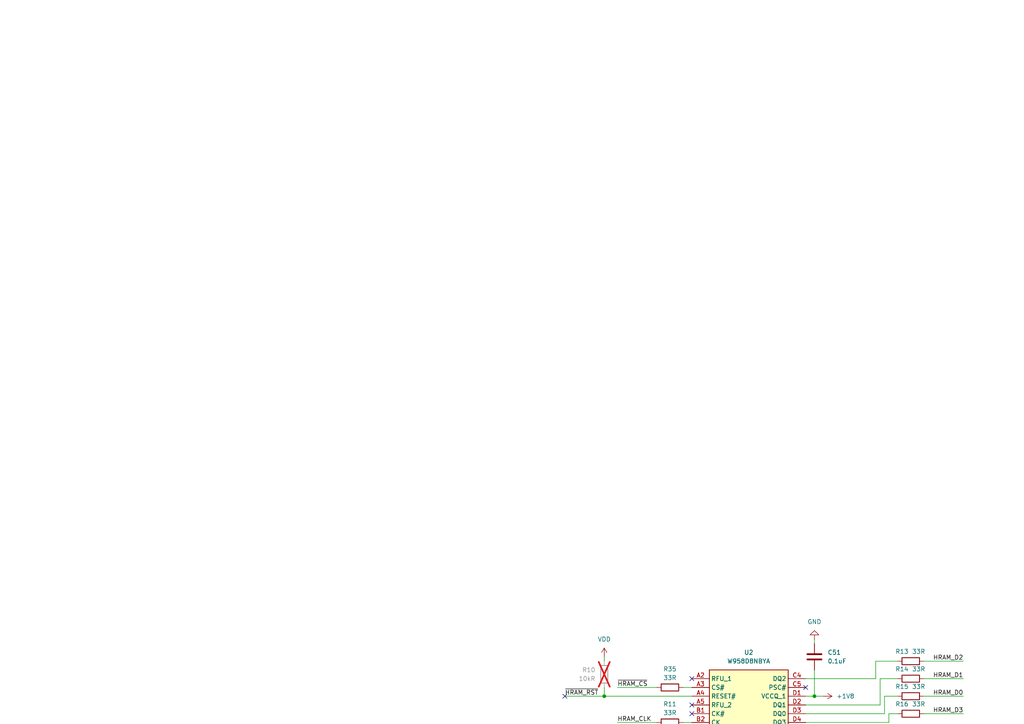
<source format=kicad_sch>
(kicad_sch (version 20250114) (generator "eeschema") (generator_version "9.0")
  (paper "A4")
  (lib_symbols
    (symbol "Device:C" (pin_numbers (hide yes)) (pin_names (offset 0.254))
      (property "Reference" "C" (at 0.635 2.54 0))
      (property "Value" "C" (at 0.635 -2.54 0))
      (symbol "C_0_1"
        (polyline (pts (xy -2.032 0.762) (xy 2.032 0.762)) (stroke (width 0.508)))
        (polyline (pts (xy -2.032 -0.762) (xy 2.032 -0.762)) (stroke (width 0.508)))
      )
      (symbol "C_1_1"
        (pin passive line (at 0 3.81 270) (length 2.794) (name "~") (number "1"))
        (pin passive line (at 0 -3.81 90) (length 2.794) (name "~") (number "2"))
      )
    )
    (symbol "Device:R" (pin_numbers (hide yes)) (pin_names (offset 0))
      (property "Reference" "R" (at 2.032 0 90))
      (property "Value" "R" (at 0 0 90))
      (symbol "R_0_1"
        (rectangle (start -1.016 -2.54) (end 1.016 2.54) (stroke (width 0.254)))
      )
      (symbol "R_1_1"
        (pin passive line (at 0 3.81 270) (length 1.27) (name "~") (number "1"))
        (pin passive line (at 0 -3.81 90) (length 1.27) (name "~") (number "2"))
      )
    )
    (symbol "S27KS0643GABHV020:S27KS0643GABHV020"
      (property "Reference" "IC" (at 29.21 7.62 0))
      (property "Value" "S27KS0643GABHV020" (at 29.21 5.08 0))
      (symbol "S27KS0643GABHV020_1_1"
        (rectangle (start 5.08 2.54) (end 27.94 -30.48) (stroke (width 0.254)) (fill (type background)))
        (pin passive line (at 0 0 0) (length 5.08) (name "RFU_1") (number "A2"))
        (pin passive line (at 0 -2.54 0) (length 5.08) (name "CS#") (number "A3"))
        (pin passive line (at 0 -5.08 0) (length 5.08) (name "RESET#") (number "A4"))
        (pin passive line (at 0 -7.62 0) (length 5.08) (name "RFU_2") (number "A5"))
        (pin passive line (at 0 -10.16 0) (length 5.08) (name "CK#") (number "B1"))
        (pin passive line (at 0 -12.7 0) (length 5.08) (name "CK") (number "B2"))
        (pin passive line (at 0 -15.24 0) (length 5.08) (name "VSS") (number "B3"))
        (pin passive line (at 0 -17.78 0) (length 5.08) (name "VCC") (number "B4"))
        (pin passive line (at 0 -20.32 0) (length 5.08) (name "PSC") (number "B5"))
        (pin passive line (at 0 -22.86 0) (length 5.08) (name "VSSQ_1") (number "C1"))
        (pin passive line (at 0 -25.4 0) (length 5.08) (name "RFU_3") (number "C2"))
        (pin passive line (at 0 -27.94 0) (length 5.08) (name "RWDS") (number "C3"))
        (pin passive line (at 33.02 0 180) (length 5.08) (name "DQ2") (number "C4"))
        (pin passive line (at 33.02 -2.54 180) (length 5.08) (name "PSC#") (number "C5"))
        (pin passive line (at 33.02 -5.08 180) (length 5.08) (name "VCCQ_1") (number "D1"))
        (pin passive line (at 33.02 -7.62 180) (length 5.08) (name "DQ1") (number "D2"))
        (pin passive line (at 33.02 -10.16 180) (length 5.08) (name "DQ0") (number "D3"))
        (pin passive line (at 33.02 -12.7 180) (length 5.08) (name "DQ3") (number "D4"))
        (pin passive line (at 33.02 -15.24 180) (length 5.08) (name "DQ4") (number "D5"))
        (pin passive line (at 33.02 -17.78 180) (length 5.08) (name "DQ7") (number "E1"))
        (pin passive line (at 33.02 -20.32 180) (length 5.08) (name "DQ6") (number "E2"))
        (pin passive line (at 33.02 -22.86 180) (length 5.08) (name "DQ5") (number "E3"))
        (pin passive line (at 33.02 -25.4 180) (length 5.08) (name "VCCQ_2") (number "E4"))
        (pin passive line (at 33.02 -27.94 180) (length 5.08) (name "VSSQ_2") (number "E5"))
      )
    )
    (symbol "power:+1V8" (power) (pin_numbers (hide yes)) (pin_names (offset 0) (hide yes))
      (property "Value" "+1V8" (at 0 3.556 0))
      (symbol "+1V8_0_1"
        (polyline (pts (xy -0.762 1.27) (xy 0 2.54)))
        (polyline (pts (xy 0 2.54) (xy 0.762 1.27)))
        (polyline (pts (xy 0 0) (xy 0 2.54)))
      )
      (symbol "+1V8_1_1"
        (pin power_in line (at 0 0 90) (length 0) (name "~") (number "1"))
      )
    )
    (symbol "power:GND" (power) (pin_numbers (hide yes)) (pin_names (offset 0) (hide yes))
      (property "Value" "GND" (at 0 -3.81 0))
      (symbol "GND_0_1"
        (polyline (pts (xy 0 0) (xy 0 -1.27) (xy 1.27 -1.27) (xy 0 -2.54) (xy -1.27 -1.27) (xy 0 -1.27)))
      )
      (symbol "GND_1_1"
        (pin power_in line (at 0 0 270) (length 0) (name "~") (number "1"))
      )
    )
    (symbol "power:VDD" (power) (pin_numbers (hide yes)) (pin_names (offset 0) (hide yes))
      (property "Value" "VDD" (at 0 3.556 0))
      (symbol "VDD_0_1"
        (polyline (pts (xy -0.762 1.27) (xy 0 2.54)))
        (polyline (pts (xy 0 2.54) (xy 0.762 1.27)))
        (polyline (pts (xy 0 0) (xy 0 2.54)))
      )
      (symbol "VDD_1_1"
        (pin power_in line (at 0 0 90) (length 0) (name "~") (number "1"))
      )
    )
  )
  (text "1.8V HyperBus External RAM\n256Mbit/32MBytes, 200MHz max.\nCoeffcient, features etc.\n" (at 217.424 241.808 0) (effects (font (size 1.27 1.27))))
  (junction (at 175.26 201.93))
  (junction (at 236.22 201.93))
  (junction (at 241.3 222.25))
  (junction (at 175.26 214.63))
  (no_connect (at 200.66 217.17))
  (no_connect (at 200.66 196.85))
  (no_connect (at 163.83 201.93))
  (no_connect (at 233.68 199.39))
  (no_connect (at 200.66 222.25))
  (no_connect (at 200.66 204.47))
  (no_connect (at 200.66 207.01))
  (wire (pts (xy 233.68 212.09) (xy 257.81 212.09)))
  (wire (pts (xy 254 191.77) (xy 254 196.85)))
  (wire (pts (xy 236.22 201.93) (xy 238.76 201.93)))
  (wire (pts (xy 175.26 199.39) (xy 175.26 201.93)))
  (wire (pts (xy 255.27 224.79) (xy 260.35 224.79)))
  (wire (pts (xy 267.97 191.77) (xy 279.4 191.77)))
  (wire (pts (xy 198.12 219.71) (xy 200.66 219.71)))
  (wire (pts (xy 233.68 201.93) (xy 236.22 201.93)))
  (wire (pts (xy 241.3 222.25) (xy 241.3 223.52)))
  (wire (pts (xy 267.97 224.79) (xy 279.4 224.79)))
  (wire (pts (xy 254 191.77) (xy 260.35 191.77)))
  (wire (pts (xy 255.27 217.17) (xy 255.27 224.79)))
  (wire (pts (xy 257.81 209.55) (xy 257.81 207.01)))
  (wire (pts (xy 254 229.87) (xy 254 219.71)))
  (wire (pts (xy 267.97 229.87) (xy 279.4 229.87)))
  (wire (pts (xy 256.54 207.01) (xy 256.54 201.93)))
  (wire (pts (xy 233.68 224.79) (xy 236.22 224.79)))
  (wire (pts (xy 257.81 212.09) (xy 257.81 214.63)))
  (wire (pts (xy 233.68 207.01) (xy 256.54 207.01)))
  (wire (pts (xy 163.83 201.93) (xy 175.26 201.93)))
  (wire (pts (xy 241.3 222.25) (xy 243.84 222.25)))
  (wire (pts (xy 267.97 214.63) (xy 279.4 214.63)))
  (wire (pts (xy 260.35 196.85) (xy 255.27 196.85)))
  (wire (pts (xy 255.27 196.85) (xy 255.27 204.47)))
  (wire (pts (xy 255.27 204.47) (xy 233.68 204.47)))
  (wire (pts (xy 257.81 207.01) (xy 260.35 207.01)))
  (wire (pts (xy 175.26 215.9) (xy 175.26 214.63)))
  (wire (pts (xy 254 219.71) (xy 233.68 219.71)))
  (wire (pts (xy 267.97 196.85) (xy 279.4 196.85)))
  (wire (pts (xy 257.81 214.63) (xy 260.35 214.63)))
  (wire (pts (xy 198.12 199.39) (xy 200.66 199.39)))
  (wire (pts (xy 172.72 214.63) (xy 175.26 214.63)))
  (wire (pts (xy 241.3 231.14) (xy 241.3 232.41)))
  (wire (pts (xy 190.5 224.79) (xy 179.07 224.79)))
  (wire (pts (xy 256.54 201.93) (xy 260.35 201.93)))
  (wire (pts (xy 175.26 214.63) (xy 200.66 214.63)))
  (wire (pts (xy 200.66 224.79) (xy 198.12 224.79)))
  (wire (pts (xy 236.22 185.42) (xy 236.22 186.69)))
  (wire (pts (xy 256.54 219.71) (xy 260.35 219.71)))
  (wire (pts (xy 179.07 209.55) (xy 190.5 209.55)))
  (wire (pts (xy 233.68 217.17) (xy 255.27 217.17)))
  (wire (pts (xy 233.68 214.63) (xy 256.54 214.63)))
  (wire (pts (xy 175.26 201.93) (xy 200.66 201.93)))
  (wire (pts (xy 233.68 222.25) (xy 241.3 222.25)))
  (wire (pts (xy 236.22 194.31) (xy 236.22 201.93)))
  (wire (pts (xy 267.97 201.93) (xy 279.4 201.93)))
  (wire (pts (xy 175.26 223.52) (xy 175.26 224.79)))
  (wire (pts (xy 179.07 199.39) (xy 190.5 199.39)))
  (wire (pts (xy 175.26 190.5) (xy 175.26 191.77)))
  (wire (pts (xy 198.12 209.55) (xy 200.66 209.55)))
  (wire (pts (xy 267.97 207.01) (xy 279.4 207.01)))
  (wire (pts (xy 257.81 209.55) (xy 233.68 209.55)))
  (wire (pts (xy 254 196.85) (xy 233.68 196.85)))
  (wire (pts (xy 236.22 224.79) (xy 236.22 227.33)))
  (wire (pts (xy 267.97 219.71) (xy 279.4 219.71)))
  (wire (pts (xy 260.35 229.87) (xy 254 229.87)))
  (wire (pts (xy 198.12 212.09) (xy 200.66 212.09)))
  (wire (pts (xy 256.54 214.63) (xy 256.54 219.71)))
  (label "HRAM_D3" (at 279.4 207.01 180))
  (label "~{HRAM_RST}" (at 163.83 201.93 0))
  (label "HRAM_D1" (at 279.4 196.85 180))
  (label "~{HRAM_CS}" (at 179.07 199.39 0))
  (label "HRAM_D0" (at 279.4 201.93 180))
  (label "HRAM_D5" (at 279.4 229.87 180))
  (label "HRAM_DQS" (at 179.07 224.79 0))
  (label "HRAM_D4" (at 279.4 214.63 180))
  (label "HRAM_D2" (at 279.4 191.77 180))
  (label "HRAM_D7" (at 279.4 219.71 180))
  (label "HRAM_CLK" (at 179.07 209.55 0))
  (label "HRAM_D6" (at 279.4 224.79 180))
  (symbol (lib_id "power:GND") (at 241.3 232.41 0) (unit 1)
    (property "Reference" "#PWR0103" (effects (hide yes)))
    (property "Value" "GND" (at 241.3 237.49 0))
    (property "Description" "Power symbol creates a global label with name \"GND\" , ground" (effects (hide yes)))
  )
  (symbol (lib_id "Device:C") (at 241.3 227.33 0) (unit 1)
    (property "Reference" "C52" (at 245.11 226.0599 0) (effects (justify left)))
    (property "Value" "0.1uF" (at 245.11 228.5999 0) (effects (justify left)))
    (property "Footprint" "Capacitor_SMD:C_0603_1608Metric" (effects (hide yes)))
    (property "Description" "Unpolarized capacitor" (effects (hide yes)))
  )
  (symbol (lib_id "power:+1V8") (at 172.72 214.63 90) (mirror x) (unit 1)
    (property "Reference" "#PWR0120" (effects (hide yes)))
    (property "Value" "+1V8" (at 168.91 214.6299 90) (effects (justify left)))
    (property "Description" "Power symbol creates a global label with name \"+1V8\"" (effects (hide yes)))
  )
  (symbol (lib_id "power:GND") (at 198.12 219.71 270) (unit 1)
    (property "Reference" "#PWR099" (effects (hide yes)))
    (property "Value" "GND" (at 194.31 219.7099 90) (effects (justify right)))
    (property "Description" "Power symbol creates a global label with name \"GND\" , ground" (effects (hide yes)))
  )
  (symbol (lib_id "power:VDD") (at 175.26 190.5 0) (unit 1)
    (property "Reference" "#PWR097" (effects (hide yes)))
    (property "Value" "VDD" (at 175.26 185.42 0))
    (property "Description" "Power symbol creates a global label with name \"VDD\"" (effects (hide yes)))
  )
  (symbol (lib_id "Device:R") (at 264.16 191.77 90) (unit 1)
    (property "Reference" "R13" (at 261.62 188.976 90))
    (property "Value" "33R" (at 266.446 188.976 90))
    (property "Footprint" "Resistor_SMD:R_0603_1608Metric" (effects (hide yes)))
    (property "Description" "Resistor" (effects (hide yes)))
  )
  (symbol (lib_id "power:GND") (at 236.22 227.33 0) (unit 1)
    (property "Reference" "#PWR0101" (effects (hide yes)))
    (property "Value" "GND" (at 236.22 232.41 0))
    (property "Description" "Power symbol creates a global label with name \"GND\" , ground" (effects (hide yes)))
  )
  (symbol (lib_id "power:GND") (at 198.12 212.09 270) (unit 1)
    (property "Reference" "#PWR098" (effects (hide yes)))
    (property "Value" "GND" (at 194.31 212.0899 90) (effects (justify right)))
    (property "Description" "Power symbol creates a global label with name \"GND\" , ground" (effects (hide yes)))
  )
  (symbol (lib_id "S27KS0643GABHV020:S27KS0643GABHV020") (at 200.66 196.85 0) (unit 1)
    (property "Reference" "U2" (at 217.17 189.23 0))
    (property "Value" "W958D8NBYA" (at 217.17 191.77 0))
    (property "Footprint" "S27KS0643GABHV020:BGA24C100P5X5_600X800X100" (effects (hide yes)))
    (property "Datasheet" "https://www.cypress.com/file/498616/download" (effects (hide yes)))
    (property "Description" "DRAM Nor" (effects (hide yes)))
    (property "Height" "1" (effects (hide yes)))
    (property "Part No." "W956A8MBYA5I " (effects (hide yes)))
    (property "Vendor" "Winbond" (effects (hide yes)))
  )
  (symbol (lib_id "Device:C") (at 175.26 219.71 0) (unit 1)
    (property "Reference" "C50" (at 179.07 218.4399 0) (effects (justify left)))
    (property "Value" "0.1uF" (at 179.07 220.9799 0) (effects (justify left)))
    (property "Footprint" "Capacitor_SMD:C_0603_1608Metric" (effects (hide yes)))
    (property "Description" "Unpolarized capacitor" (effects (hide yes)))
  )
  (symbol (lib_id "Device:R") (at 194.31 199.39 90) (unit 1)
    (property "Reference" "R35" (at 194.31 194.056 90))
    (property "Value" "33R" (at 194.31 196.596 90))
    (property "Footprint" "Resistor_SMD:R_0603_1608Metric" (effects (hide yes)))
    (property "Description" "Resistor" (effects (hide yes)))
  )
  (symbol (lib_id "Device:R") (at 264.16 196.85 90) (unit 1)
    (property "Reference" "R14" (at 261.62 194.056 90))
    (property "Value" "33R" (at 266.446 194.056 90))
    (property "Footprint" "Resistor_SMD:R_0603_1608Metric" (effects (hide yes)))
    (property "Description" "Resistor" (effects (hide yes)))
  )
  (symbol (lib_id "Device:R") (at 194.31 209.55 90) (unit 1)
    (property "Reference" "R11" (at 194.31 204.216 90))
    (property "Value" "33R" (at 194.31 206.756 90))
    (property "Footprint" "Resistor_SMD:R_0603_1608Metric" (effects (hide yes)))
    (property "Description" "Resistor" (effects (hide yes)))
  )
  (symbol (lib_id "Device:R") (at 264.16 207.01 90) (unit 1)
    (property "Reference" "R16" (at 261.62 204.216 90))
    (property "Value" "33R" (at 266.446 204.216 90))
    (property "Footprint" "Resistor_SMD:R_0603_1608Metric" (effects (hide yes)))
    (property "Description" "Resistor" (effects (hide yes)))
  )
  (symbol (lib_id "Device:C") (at 236.22 190.5 0) (unit 1)
    (property "Reference" "C51" (at 240.03 189.2299 0) (effects (justify left)))
    (property "Value" "0.1uF" (at 240.03 191.7699 0) (effects (justify left)))
    (property "Footprint" "Capacitor_SMD:C_0603_1608Metric" (effects (hide yes)))
    (property "Description" "Unpolarized capacitor" (effects (hide yes)))
  )
  (symbol (lib_id "power:+1V8") (at 243.84 222.25 270) (unit 1)
    (property "Reference" "#PWR0104" (effects (hide yes)))
    (property "Value" "+1V8" (at 247.65 222.2499 90) (effects (justify left)))
    (property "Description" "Power symbol creates a global label with name \"+1V8\"" (effects (hide yes)))
  )
  (symbol (lib_id "Device:R") (at 264.16 214.63 90) (unit 1)
    (property "Reference" "R17" (at 261.62 211.836 90))
    (property "Value" "33R" (at 266.446 211.836 90))
    (property "Footprint" "Resistor_SMD:R_0603_1608Metric" (effects (hide yes)))
    (property "Description" "Resistor" (effects (hide yes)))
  )
  (symbol (lib_id "Device:R") (at 175.26 195.58 0) (mirror y) (unit 1) (dnp yes)
    (property "Reference" "R10" (at 172.72 194.3099 0) (effects (justify left)))
    (property "Value" "10kR" (at 172.72 196.8499 0) (effects (justify left)))
    (property "Footprint" "Resistor_SMD:R_0603_1608Metric" (effects (hide yes)))
    (property "Description" "Resistor" (effects (hide yes)))
  )
  (symbol (lib_id "power:+1V8") (at 238.76 201.93 270) (unit 1)
    (property "Reference" "#PWR0102" (effects (hide yes)))
    (property "Value" "+1V8" (at 242.57 201.9299 90) (effects (justify left)))
    (property "Description" "Power symbol creates a global label with name \"+1V8\"" (effects (hide yes)))
  )
  (symbol (lib_id "Device:R") (at 264.16 229.87 90) (unit 1)
    (property "Reference" "R20" (at 261.62 227.076 90))
    (property "Value" "33R" (at 266.446 227.076 90))
    (property "Footprint" "Resistor_SMD:R_0603_1608Metric" (effects (hide yes)))
    (property "Description" "Resistor" (effects (hide yes)))
  )
  (symbol (lib_id "Device:R") (at 264.16 224.79 90) (unit 1)
    (property "Reference" "R19" (at 261.62 221.996 90))
    (property "Value" "33R" (at 266.446 221.996 90))
    (property "Footprint" "Resistor_SMD:R_0603_1608Metric" (effects (hide yes)))
    (property "Description" "Resistor" (effects (hide yes)))
  )
  (symbol (lib_id "power:GND") (at 236.22 185.42 0) (mirror x) (unit 1)
    (property "Reference" "#PWR0100" (effects (hide yes)))
    (property "Value" "GND" (at 236.22 180.34 0))
    (property "Description" "Power symbol creates a global label with name \"GND\" , ground" (effects (hide yes)))
  )
  (symbol (lib_id "power:GND") (at 175.26 224.79 0) (unit 1)
    (property "Reference" "#PWR096" (effects (hide yes)))
    (property "Value" "GND" (at 175.26 229.87 0))
    (property "Description" "Power symbol creates a global label with name \"GND\" , ground" (effects (hide yes)))
  )
  (symbol (lib_id "Device:R") (at 194.31 224.79 90) (mirror x) (unit 1)
    (property "Reference" "R12" (at 194.31 227.584 90))
    (property "Value" "33R" (at 194.31 229.87 90))
    (property "Footprint" "Resistor_SMD:R_0603_1608Metric" (effects (hide yes)))
    (property "Description" "Resistor" (effects (hide yes)))
  )
  (symbol (lib_id "Device:R") (at 264.16 219.71 90) (unit 1)
    (property "Reference" "R18" (at 261.62 216.916 90))
    (property "Value" "33R" (at 266.446 216.916 90))
    (property "Footprint" "Resistor_SMD:R_0603_1608Metric" (effects (hide yes)))
    (property "Description" "Resistor" (effects (hide yes)))
  )
  (symbol (lib_id "Device:R") (at 264.16 201.93 90) (unit 1)
    (property "Reference" "R15" (at 261.62 199.136 90))
    (property "Value" "33R" (at 266.446 199.136 90))
    (property "Footprint" "Resistor_SMD:R_0603_1608Metric" (effects (hide yes)))
    (property "Description" "Resistor" (effects (hide yes)))
  )
)
</source>
